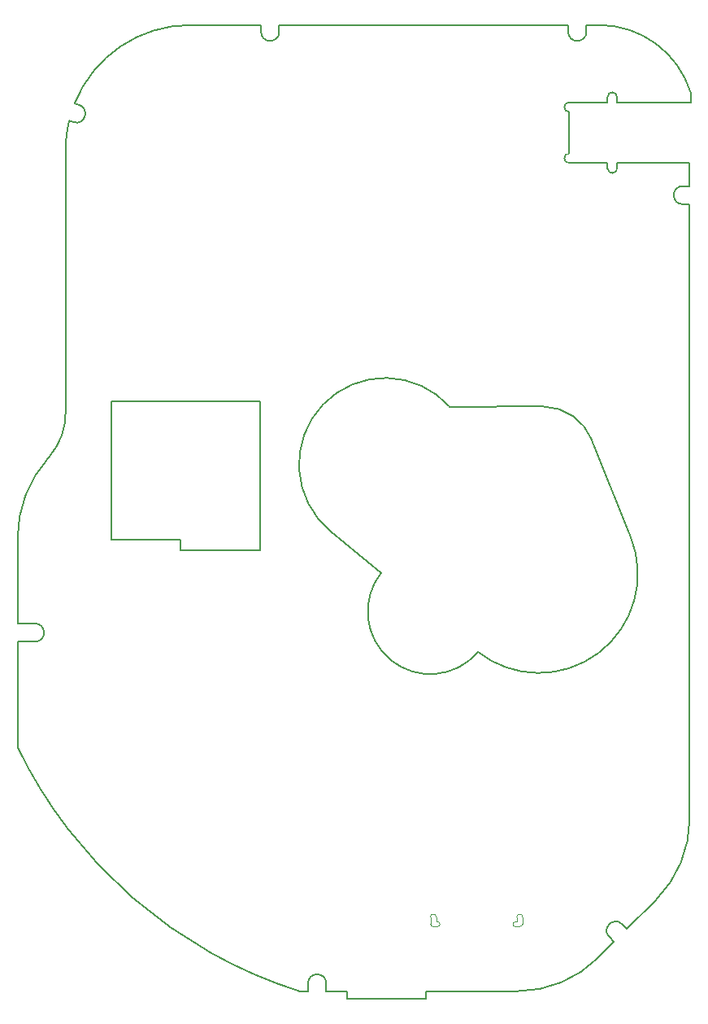
<source format=gbr>
G04 #@! TF.GenerationSoftware,KiCad,Pcbnew,6.0.2+dfsg-1*
G04 #@! TF.CreationDate,2022-08-23T15:38:10-04:00*
G04 #@! TF.ProjectId,RUSP_Mainboard,52555350-5f4d-4616-996e-626f6172642e,rev?*
G04 #@! TF.SameCoordinates,Original*
G04 #@! TF.FileFunction,Profile,NP*
%FSLAX46Y46*%
G04 Gerber Fmt 4.6, Leading zero omitted, Abs format (unit mm)*
G04 Created by KiCad (PCBNEW 6.0.2+dfsg-1) date 2022-08-23 15:38:10*
%MOMM*%
%LPD*%
G01*
G04 APERTURE LIST*
G04 #@! TA.AperFunction,Profile*
%ADD10C,0.150000*%
G04 #@! TD*
G04 #@! TA.AperFunction,Profile*
%ADD11C,0.100000*%
G04 #@! TD*
G04 APERTURE END LIST*
D10*
X174150000Y-61800000D02*
X174150000Y-62350000D01*
X174150000Y-61800000D02*
G75*
G03*
X173150000Y-61800000I-500000J0D01*
G01*
X173150000Y-62350000D02*
X173150000Y-61800000D01*
X169150000Y-62350000D02*
G75*
G03*
X169150000Y-63350000I0J-500000D01*
G01*
X174150000Y-62350000D02*
X181810000Y-62345000D01*
X181700000Y-72950000D02*
X181700000Y-136829000D01*
X178184781Y-145314781D02*
X175172000Y-148328000D01*
X178184781Y-145314781D02*
G75*
G03*
X181700000Y-136829000I-8484778J8485780D01*
G01*
X156700000Y-94000000D02*
G75*
G03*
X144308811Y-106964221I-6700000J-6000000D01*
G01*
X175172000Y-148328000D02*
X174672000Y-147828000D01*
X174672000Y-147828000D02*
G75*
G03*
X173328000Y-149172000I-672000J-672000D01*
G01*
X173328000Y-149172000D02*
X173828000Y-149672000D01*
X173828000Y-149672000D02*
X172215000Y-151285000D01*
X163729707Y-154800309D02*
G75*
G03*
X172215000Y-151285000I-708J12000312D01*
G01*
X143850000Y-154800000D02*
X143850000Y-154000000D01*
X143850000Y-154000000D02*
G75*
G03*
X141950000Y-154000000I-950000J0D01*
G01*
X141950000Y-154000000D02*
X141950000Y-154800000D01*
X141950000Y-154800000D02*
X141047017Y-154796974D01*
X111700000Y-118450000D02*
X113500000Y-118450000D01*
X113500000Y-118450000D02*
G75*
G03*
X113500000Y-116550000I0J950000D01*
G01*
X113500000Y-116550000D02*
X111700000Y-116550000D01*
X111700000Y-116550000D02*
X111700000Y-107688000D01*
X114869642Y-99369681D02*
G75*
G03*
X111700000Y-107688000I9330364J-8318321D01*
G01*
X115080000Y-99100000D02*
G75*
G03*
X116697313Y-94620000I-5230012J4420004D01*
G01*
X116697313Y-94620000D02*
X116700000Y-67300000D01*
X117060192Y-64261046D02*
G75*
G03*
X116700000Y-67300000I12639779J-3038953D01*
G01*
X117060000Y-64261000D02*
X117511000Y-64405000D01*
X117511000Y-64405000D02*
G75*
G03*
X118089000Y-62595000I289000J905000D01*
G01*
X118089000Y-62595000D02*
X117638000Y-62451000D01*
X129700000Y-54299821D02*
G75*
G03*
X117638000Y-62451000I2J-13000181D01*
G01*
X129700000Y-54300000D02*
X137050000Y-54300000D01*
X137050000Y-54300000D02*
X137050000Y-55000000D01*
X137050000Y-55000000D02*
G75*
G03*
X138950000Y-55000000I950000J0D01*
G01*
X138950000Y-55000000D02*
X138950000Y-54300000D01*
X138950000Y-54300000D02*
X169050000Y-54300000D01*
X169050000Y-55000000D02*
G75*
G03*
X170950000Y-55000000I950000J0D01*
G01*
X169050000Y-54300000D02*
X169050000Y-55000000D01*
X170950000Y-55000000D02*
X170950000Y-54300000D01*
X170950000Y-54300000D02*
X172260000Y-54300000D01*
X181811715Y-61339469D02*
G75*
G03*
X172260000Y-54300000I-9551714J-2960530D01*
G01*
X181700000Y-72950000D02*
X181000000Y-72950000D01*
X181000000Y-71050000D02*
G75*
G03*
X181000000Y-72950000I0J-950000D01*
G01*
X181000000Y-71050000D02*
X181700000Y-71050000D01*
X181700000Y-71050000D02*
X181700000Y-68650000D01*
X128700000Y-93400000D02*
X121500000Y-93400000D01*
X137000000Y-108900000D02*
X137000000Y-93400000D01*
X181700000Y-68650000D02*
X174150000Y-68650000D01*
X174150000Y-68650000D02*
X174150000Y-69200000D01*
X173150000Y-69200000D02*
X173150000Y-68650000D01*
X173150000Y-68650000D02*
X169150000Y-68650000D01*
X169150000Y-67650000D02*
X169150000Y-63350000D01*
X169150000Y-62350000D02*
X173150000Y-62350000D01*
X173150000Y-69200000D02*
G75*
G03*
X174150000Y-69200000I500000J0D01*
G01*
X169150000Y-67650000D02*
G75*
G03*
X169150000Y-68650000I0J-500000D01*
G01*
X128700000Y-93400000D02*
X137000000Y-93400000D01*
X149570000Y-111280000D02*
X144308811Y-106964221D01*
X171525000Y-97475000D02*
X175564847Y-107579056D01*
X146000000Y-155600000D02*
X146000000Y-154800000D01*
X111700000Y-129420000D02*
X111700000Y-118450000D01*
X121500000Y-107875000D02*
X121500000Y-93400000D01*
X121500000Y-107875000D02*
X128700000Y-107875000D01*
X128700000Y-108900000D02*
X128700000Y-107875000D01*
X159651004Y-119510251D02*
G75*
G03*
X175564847Y-107579056I6348996J8110251D01*
G01*
X149570001Y-111280001D02*
G75*
G03*
X159651004Y-119510250I5109999J-4029999D01*
G01*
X146000000Y-155600000D02*
X154200000Y-155600000D01*
X166499722Y-93990344D02*
X156700000Y-94000000D01*
X154200000Y-155600000D02*
X154200000Y-154800000D01*
X143850000Y-154800000D02*
X146000000Y-154800000D01*
X163729707Y-154800309D02*
X154200000Y-154800000D01*
X115080000Y-99100000D02*
X114869642Y-99369681D01*
X171525000Y-97475000D02*
G75*
G03*
X166499722Y-93990344I-5124999J-2024998D01*
G01*
X181811715Y-61339469D02*
X181810000Y-62345000D01*
X111700000Y-129420000D02*
G75*
G03*
X141047017Y-154796974I44090004J21330005D01*
G01*
X137000000Y-108900000D02*
X128700000Y-108900000D01*
D11*
X155450000Y-148080000D02*
X155000000Y-148080000D01*
X154700000Y-147830000D02*
X154700000Y-147080000D01*
X163700000Y-147580000D02*
X163700000Y-147080000D01*
X155300000Y-147580000D02*
X155450000Y-147580000D01*
X155300000Y-147080000D02*
X155300000Y-147580000D01*
X163550000Y-147580000D02*
X163700000Y-147580000D01*
X164000000Y-148080000D02*
X163550000Y-148080000D01*
X164300000Y-147080000D02*
X164300000Y-147830000D01*
X154700000Y-147830000D02*
G75*
G03*
X155000000Y-148080000I275000J25000D01*
G01*
X155450000Y-148080000D02*
G75*
G03*
X155450000Y-147580000I0J250000D01*
G01*
X155300000Y-147080000D02*
G75*
G03*
X154700000Y-147080000I-300000J0D01*
G01*
X164300000Y-147080000D02*
G75*
G03*
X163700000Y-147080000I-300000J0D01*
G01*
X163550000Y-147580000D02*
G75*
G03*
X163550000Y-148080000I0J-250000D01*
G01*
X164000000Y-148080000D02*
G75*
G03*
X164300000Y-147830000I25000J275000D01*
G01*
M02*

</source>
